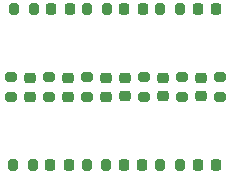
<source format=gbr>
%TF.GenerationSoftware,KiCad,Pcbnew,6.0.11+dfsg-1*%
%TF.CreationDate,2023-08-13T13:31:43-04:00*%
%TF.ProjectId,ButtonDip14,42757474-6f6e-4446-9970-31342e6b6963,rev?*%
%TF.SameCoordinates,Original*%
%TF.FileFunction,Paste,Top*%
%TF.FilePolarity,Positive*%
%FSLAX46Y46*%
G04 Gerber Fmt 4.6, Leading zero omitted, Abs format (unit mm)*
G04 Created by KiCad (PCBNEW 6.0.11+dfsg-1) date 2023-08-13 13:31:43*
%MOMM*%
%LPD*%
G01*
G04 APERTURE LIST*
G04 Aperture macros list*
%AMRoundRect*
0 Rectangle with rounded corners*
0 $1 Rounding radius*
0 $2 $3 $4 $5 $6 $7 $8 $9 X,Y pos of 4 corners*
0 Add a 4 corners polygon primitive as box body*
4,1,4,$2,$3,$4,$5,$6,$7,$8,$9,$2,$3,0*
0 Add four circle primitives for the rounded corners*
1,1,$1+$1,$2,$3*
1,1,$1+$1,$4,$5*
1,1,$1+$1,$6,$7*
1,1,$1+$1,$8,$9*
0 Add four rect primitives between the rounded corners*
20,1,$1+$1,$2,$3,$4,$5,0*
20,1,$1+$1,$4,$5,$6,$7,0*
20,1,$1+$1,$6,$7,$8,$9,0*
20,1,$1+$1,$8,$9,$2,$3,0*%
G04 Aperture macros list end*
%ADD10RoundRect,0.218750X0.256250X-0.218750X0.256250X0.218750X-0.256250X0.218750X-0.256250X-0.218750X0*%
%ADD11RoundRect,0.200000X-0.200000X-0.275000X0.200000X-0.275000X0.200000X0.275000X-0.200000X0.275000X0*%
%ADD12RoundRect,0.200000X0.275000X-0.200000X0.275000X0.200000X-0.275000X0.200000X-0.275000X-0.200000X0*%
%ADD13RoundRect,0.218750X-0.256250X0.218750X-0.256250X-0.218750X0.256250X-0.218750X0.256250X0.218750X0*%
%ADD14RoundRect,0.225000X-0.225000X-0.250000X0.225000X-0.250000X0.225000X0.250000X-0.225000X0.250000X0*%
%ADD15RoundRect,0.200000X0.200000X0.275000X-0.200000X0.275000X-0.200000X-0.275000X0.200000X-0.275000X0*%
%ADD16RoundRect,0.200000X-0.275000X0.200000X-0.275000X-0.200000X0.275000X-0.200000X0.275000X0.200000X0*%
%ADD17RoundRect,0.225000X0.225000X0.250000X-0.225000X0.250000X-0.225000X-0.250000X0.225000X-0.250000X0*%
G04 APERTURE END LIST*
D10*
%TO.C,D6*%
X134285950Y-108717500D03*
X134285950Y-107142500D03*
%TD*%
D11*
%TO.C,R1*%
X118368648Y-114554000D03*
X120018648Y-114554000D03*
%TD*%
D10*
%TO.C,D5*%
X131077860Y-108717500D03*
X131077860Y-107142500D03*
%TD*%
D12*
%TO.C,R8*%
X129473815Y-108775000D03*
X129473815Y-107125000D03*
%TD*%
D10*
%TO.C,D4*%
X127869770Y-108717500D03*
X127869770Y-107142500D03*
%TD*%
D13*
%TO.C,D3*%
X126225725Y-107182500D03*
X126225725Y-108757500D03*
%TD*%
D12*
%TO.C,R12*%
X135890000Y-108775000D03*
X135890000Y-107125000D03*
%TD*%
D14*
%TO.C,C3*%
X134012568Y-114554000D03*
X135562568Y-114554000D03*
%TD*%
D15*
%TO.C,R5*%
X132493784Y-114554000D03*
X130843784Y-114554000D03*
%TD*%
D16*
%TO.C,R6*%
X124621680Y-107125000D03*
X124621680Y-108775000D03*
%TD*%
D17*
%TO.C,C4*%
X123152200Y-101346000D03*
X121602200Y-101346000D03*
%TD*%
%TO.C,C1*%
X123087432Y-114554000D03*
X121537432Y-114554000D03*
%TD*%
D12*
%TO.C,R10*%
X132681905Y-108775000D03*
X132681905Y-107125000D03*
%TD*%
D14*
%TO.C,C2*%
X127775000Y-114554000D03*
X129325000Y-114554000D03*
%TD*%
D11*
%TO.C,R11*%
X130848600Y-101346000D03*
X132498600Y-101346000D03*
%TD*%
D13*
%TO.C,D2*%
X123017635Y-107182500D03*
X123017635Y-108757500D03*
%TD*%
D17*
%TO.C,C6*%
X135547400Y-101346000D03*
X133997400Y-101346000D03*
%TD*%
D16*
%TO.C,R4*%
X121413590Y-107125000D03*
X121413590Y-108775000D03*
%TD*%
D11*
%TO.C,R9*%
X124651000Y-101346000D03*
X126301000Y-101346000D03*
%TD*%
%TO.C,R3*%
X124606216Y-114554000D03*
X126256216Y-114554000D03*
%TD*%
D16*
%TO.C,R2*%
X118205500Y-107125000D03*
X118205500Y-108775000D03*
%TD*%
D17*
%TO.C,C5*%
X129349800Y-101346000D03*
X127799800Y-101346000D03*
%TD*%
D13*
%TO.C,D1*%
X119809545Y-107182500D03*
X119809545Y-108757500D03*
%TD*%
D11*
%TO.C,R7*%
X118453400Y-101346000D03*
X120103400Y-101346000D03*
%TD*%
M02*

</source>
